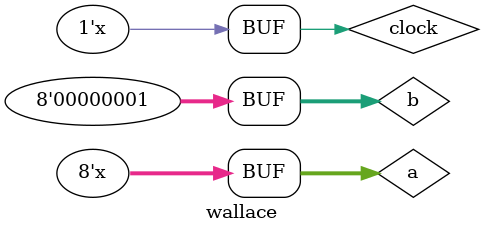
<source format=v>
module wallace();

reg[7:0] a,b;
wire [15:0] out;
reg clock;
initial
begin 
clock=0;
a=8'b1;
b=8'b1;
end

always # 15
a=a+1;

always #2
clock=~clock;


wallace1 DUT(
.product(out),.x(a),.y(b),.clock(clock)

);

endmodule

</source>
